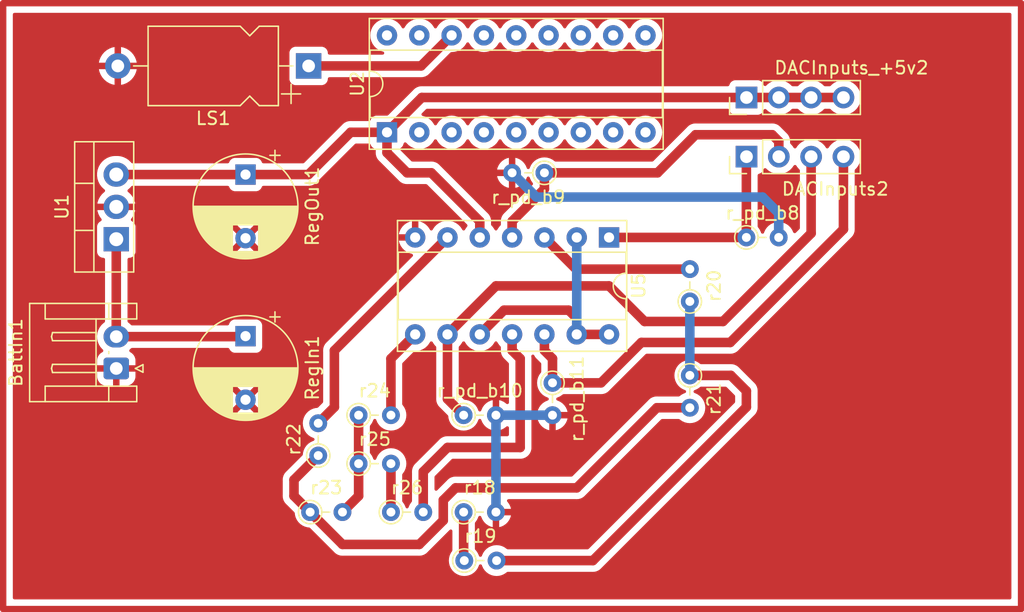
<source format=kicad_pcb>
(kicad_pcb (version 20211014) (generator pcbnew)
  (layers (0 "F.Cu" signal) (31 "B.Cu" signal) (34 "B.Paste" user) (35 "F.Paste" user) (36 "B.SilkS" user "B.Silkscreen") (37 "F.SilkS" user "F.Silkscreen") (38 "B.Mask" user) (39 "F.Mask" user) (44 "Edge.Cuts" user))
  (net 0 "")
  (net 17 "Net-(RegIn1-Pad1)")
  (net 18 "GND")
  (net 19 "Net-(LS1-Pad1)")
  (net 20 "+5V")
  (net 21 "AN0")
  (net 22 "Net-(r18-Pad1)")
  (net 23 "Net-(r19-Pad2)")
  (net 24 "Net-(U5-Pad3)")
  (net 25 "Net-(r21-Pad2)")
  (net 26 "Net-(U5-Pad6)")
  (net 27 "Net-(r23-Pad2)")
  (net 28 "Net-(U5-Pad8)")
  (net 29 "Net-(U5-Pad11)")
  (net 30 "Net-(DACInputs2-Pad1)")
  (net 31 "Net-(DACInputs2-Pad2)")
  (net 32 "Net-(DACInputs2-Pad3)")
  (net 33 "Net-(DACInputs2-Pad4)")
  (footprint "Resistor_THT:R_Axial_DIN0204_L3.6mm_D1.6mm_P2.54mm_Vertical" (layer "F.Cu") (at 66.675 41.96 -90)
    (fp_text reference "r21" (at 1.855 -1.905 90) (layer "F.SilkS"))
    (fp_text value "1k")
    (pad "1" thru_hole circle (at 0 0 270) (size 1.4 1.4) (drill 0.7) (layers *.Cu *.Mask) (net 23 "Net-(r19-Pad2)"))
    (pad "2" thru_hole oval (at 2.54 0 270) (size 1.4 1.4) (drill 0.7) (layers *.Cu *.Mask) (net 25 "Net-(r21-Pad2)"))
  )
  (footprint "Package_DIP:DIP-18_W7.62mm_Socket" (layer "F.Cu") (at 42.87 22.85 90)
    (fp_text reference "U2" (at 3.81 -2.33 90) (layer "F.SilkS"))
    (fp_text value "PIC16F1619-xP")
    (pad "1" thru_hole rect (at 0 0 90) (size 1.6 1.6) (drill 0.8) (layers *.Cu *.Mask) (net 20 "+5V"))
    (pad "2" thru_hole oval (at 0 2.54 90) (size 1.6 1.6) (drill 0.8) (layers *.Cu *.Mask))
    (pad "3" thru_hole oval (at 0 5.08 90) (size 1.6 1.6) (drill 0.8) (layers *.Cu *.Mask))
    (pad "4" thru_hole oval (at 0 7.62 90) (size 1.6 1.6) (drill 0.8) (layers *.Cu *.Mask))
    (pad "5" thru_hole oval (at 0 10.16 90) (size 1.6 1.6) (drill 0.8) (layers *.Cu *.Mask))
    (pad "6" thru_hole oval (at 0 12.7 90) (size 1.6 1.6) (drill 0.8) (layers *.Cu *.Mask))
    (pad "7" thru_hole oval (at 0 15.24 90) (size 1.6 1.6) (drill 0.8) (layers *.Cu *.Mask))
    (pad "8" thru_hole oval (at 0 17.78 90) (size 1.6 1.6) (drill 0.8) (layers *.Cu *.Mask))
    (pad "9" thru_hole oval (at 0 20.32 90) (size 1.6 1.6) (drill 0.8) (layers *.Cu *.Mask))
    (pad "10" thru_hole oval (at 7.62 20.32 90) (size 1.6 1.6) (drill 0.8) (layers *.Cu *.Mask))
    (pad "11" thru_hole oval (at 7.62 17.78 90) (size 1.6 1.6) (drill 0.8) (layers *.Cu *.Mask))
    (pad "12" thru_hole oval (at 7.62 15.24 90) (size 1.6 1.6) (drill 0.8) (layers *.Cu *.Mask))
    (pad "13" thru_hole oval (at 7.62 12.7 90) (size 1.6 1.6) (drill 0.8) (layers *.Cu *.Mask))
    (pad "14" thru_hole oval (at 7.62 10.16 90) (size 1.6 1.6) (drill 0.8) (layers *.Cu *.Mask))
    (pad "15" thru_hole oval (at 7.62 7.62 90) (size 1.6 1.6) (drill 0.8) (layers *.Cu *.Mask))
    (pad "16" thru_hole oval (at 7.62 5.08 90) (size 1.6 1.6) (drill 0.8) (layers *.Cu *.Mask) (net 19 "Net-(LS1-Pad1)"))
    (pad "17" thru_hole oval (at 7.62 2.54 90) (size 1.6 1.6) (drill 0.8) (layers *.Cu *.Mask))
    (pad "18" thru_hole oval (at 7.62 0 90) (size 1.6 1.6) (drill 0.8) (layers *.Cu *.Mask))
  )
  (footprint "Capacitor_THT:CP_Axial_L10.0mm_D6.0mm_P15.00mm_Horizontal" (layer "F.Cu") (at 36.71 17.632829 180)
    (fp_text reference "LS1" (at 7.5 -4.12) (layer "F.SilkS"))
    (fp_text value "Speaker")
    (pad "1" thru_hole rect (at 0 0 180) (size 2 2) (drill 1) (layers *.Cu *.Mask) (net 19 "Net-(LS1-Pad1)"))
    (pad "2" thru_hole oval (at 15 0 180) (size 2 2) (drill 1) (layers *.Cu *.Mask) (net 18 "GND"))
  )
  (footprint "Resistor_THT:R_Axial_DIN0204_L3.6mm_D1.6mm_P2.54mm_Vertical" (layer "F.Cu") (at 55.245 26.035 180)
    (fp_text reference "r_pd_b9" (at 1.27 -1.92) (layer "F.SilkS"))
    (fp_text value "10k")
    (pad "1" thru_hole circle (at 0 0 180) (size 1.4 1.4) (drill 0.7) (layers *.Cu *.Mask) (net 31 "Net-(DACInputs2-Pad2)"))
    (pad "2" thru_hole oval (at 2.54 0 180) (size 1.4 1.4) (drill 0.7) (layers *.Cu *.Mask) (net 18 "GND"))
  )
  (footprint "Resistor_THT:R_Axial_DIN0204_L3.6mm_D1.6mm_P2.54mm_Vertical" (layer "F.Cu") (at 48.945 56.515)
    (fp_text reference "r19" (at 1.27 -1.92) (layer "F.SilkS"))
    (fp_text value "1k")
    (pad "1" thru_hole circle (at 0 0) (size 1.4 1.4) (drill 0.7) (layers *.Cu *.Mask) (net 22 "Net-(r18-Pad1)"))
    (pad "2" thru_hole oval (at 2.54 0) (size 1.4 1.4) (drill 0.7) (layers *.Cu *.Mask) (net 23 "Net-(r19-Pad2)"))
  )
  (footprint "Package_DIP:DIP-14_W7.62mm_Socket" (layer "F.Cu") (at 60.325 31.115 -90)
    (fp_text reference "U5" (at 3.81 -2.33 90) (layer "F.SilkS"))
    (fp_text value "74LS08")
    (pad "1" thru_hole rect (at 0 0 270) (size 1.6 1.6) (drill 0.8) (layers *.Cu *.Mask) (net 30 "Net-(DACInputs2-Pad1)"))
    (pad "2" thru_hole oval (at 0 2.54 270) (size 1.6 1.6) (drill 0.8) (layers *.Cu *.Mask) (net 20 "+5V"))
    (pad "3" thru_hole oval (at 0 5.08 270) (size 1.6 1.6) (drill 0.8) (layers *.Cu *.Mask) (net 24 "Net-(U5-Pad3)"))
    (pad "4" thru_hole oval (at 0 7.62 270) (size 1.6 1.6) (drill 0.8) (layers *.Cu *.Mask) (net 31 "Net-(DACInputs2-Pad2)"))
    (pad "5" thru_hole oval (at 0 10.16 270) (size 1.6 1.6) (drill 0.8) (layers *.Cu *.Mask) (net 20 "+5V"))
    (pad "6" thru_hole oval (at 0 12.7 270) (size 1.6 1.6) (drill 0.8) (layers *.Cu *.Mask) (net 26 "Net-(U5-Pad6)"))
    (pad "7" thru_hole oval (at 0 15.24 270) (size 1.6 1.6) (drill 0.8) (layers *.Cu *.Mask) (net 18 "GND"))
    (pad "8" thru_hole oval (at 7.62 15.24 270) (size 1.6 1.6) (drill 0.8) (layers *.Cu *.Mask) (net 28 "Net-(U5-Pad8)"))
    (pad "9" thru_hole oval (at 7.62 12.7 270) (size 1.6 1.6) (drill 0.8) (layers *.Cu *.Mask) (net 32 "Net-(DACInputs2-Pad3)"))
    (pad "10" thru_hole oval (at 7.62 10.16 270) (size 1.6 1.6) (drill 0.8) (layers *.Cu *.Mask) (net 20 "+5V"))
    (pad "11" thru_hole oval (at 7.62 7.62 270) (size 1.6 1.6) (drill 0.8) (layers *.Cu *.Mask) (net 29 "Net-(U5-Pad11)"))
    (pad "12" thru_hole oval (at 7.62 5.08 270) (size 1.6 1.6) (drill 0.8) (layers *.Cu *.Mask) (net 33 "Net-(DACInputs2-Pad4)"))
    (pad "13" thru_hole oval (at 7.62 2.54 270) (size 1.6 1.6) (drill 0.8) (layers *.Cu *.Mask) (net 20 "+5V"))
    (pad "14" thru_hole oval (at 7.62 0 270) (size 1.6 1.6) (drill 0.8) (layers *.Cu *.Mask) (net 20 "+5V"))
  )
  (footprint "Resistor_THT:R_Axial_DIN0204_L3.6mm_D1.6mm_P2.54mm_Vertical" (layer "F.Cu") (at 66.675 36.145 90)
    (fp_text reference "r20" (at 1.23 1.905 90) (layer "F.SilkS"))
    (fp_text value "2k")
    (pad "1" thru_hole circle (at 0 0 90) (size 1.4 1.4) (drill 0.7) (layers *.Cu *.Mask) (net 23 "Net-(r19-Pad2)"))
    (pad "2" thru_hole oval (at 2.54 0 90) (size 1.4 1.4) (drill 0.7) (layers *.Cu *.Mask) (net 24 "Net-(U5-Pad3)"))
  )
  (footprint "Connector_PinHeader_2.54mm:PinHeader_1x04_P2.54mm_Vertical" (layer "F.Cu") (at 71.13 20.115 90)
    (fp_text reference "DACInputs_+5v2" (at 2.335 8.245 180) (layer "F.SilkS"))
    (fp_text value "Conn_01x04_Male")
    (pad "1" thru_hole rect (at 0 0 90) (size 1.7 1.7) (drill 1) (layers *.Cu *.Mask) (net 20 "+5V"))
    (pad "2" thru_hole oval (at 0 2.54 90) (size 1.7 1.7) (drill 1) (layers *.Cu *.Mask) (net 20 "+5V"))
    (pad "3" thru_hole oval (at 0 5.08 90) (size 1.7 1.7) (drill 1) (layers *.Cu *.Mask) (net 20 "+5V"))
    (pad "4" thru_hole oval (at 0 7.62 90) (size 1.7 1.7) (drill 1) (layers *.Cu *.Mask) (net 20 "+5V"))
  )
  (footprint "Resistor_THT:R_Axial_DIN0204_L3.6mm_D1.6mm_P2.54mm_Vertical" (layer "F.Cu") (at 37.465 48.26 90)
    (fp_text reference "r22" (at 1.27 -1.92 90) (layer "F.SilkS"))
    (fp_text value "2k")
    (pad "1" thru_hole circle (at 0 0 90) (size 1.4 1.4) (drill 0.7) (layers *.Cu *.Mask) (net 25 "Net-(r21-Pad2)"))
    (pad "2" thru_hole oval (at 2.54 0 90) (size 1.4 1.4) (drill 0.7) (layers *.Cu *.Mask) (net 26 "Net-(U5-Pad6)"))
  )
  (footprint "Connector_PinHeader_2.54mm:PinHeader_1x04_P2.54mm_Vertical" (layer "F.Cu") (at 71.13 24.765 90)
    (fp_text reference "DACInputs2" (at -2.54 6.975 180) (layer "F.SilkS"))
    (fp_text value "Conn_01x04_Male")
    (pad "1" thru_hole rect (at 0 0 90) (size 1.7 1.7) (drill 1) (layers *.Cu *.Mask) (net 30 "Net-(DACInputs2-Pad1)"))
    (pad "2" thru_hole oval (at 0 2.54 90) (size 1.7 1.7) (drill 1) (layers *.Cu *.Mask) (net 31 "Net-(DACInputs2-Pad2)"))
    (pad "3" thru_hole oval (at 0 5.08 90) (size 1.7 1.7) (drill 1) (layers *.Cu *.Mask) (net 32 "Net-(DACInputs2-Pad3)"))
    (pad "4" thru_hole oval (at 0 7.62 90) (size 1.7 1.7) (drill 1) (layers *.Cu *.Mask) (net 33 "Net-(DACInputs2-Pad4)"))
  )
  (footprint "Package_TO_SOT_THT:TO-220-3_Vertical" (layer "F.Cu") (at 21.59 31.252349 90)
    (fp_text reference "U1" (at 2.54 -4.27 90) (layer "F.SilkS"))
    (fp_text value "L7805")
    (pad "1" thru_hole rect (at 0 0 90) (size 1.905 2) (drill 1.1) (layers *.Cu *.Mask) (net 17 "Net-(RegIn1-Pad1)"))
    (pad "2" thru_hole oval (at 2.54 0 90) (size 1.905 2) (drill 1.1) (layers *.Cu *.Mask) (net 18 "GND"))
    (pad "3" thru_hole oval (at 5.08 0 90) (size 1.905 2) (drill 1.1) (layers *.Cu *.Mask) (net 20 "+5V"))
  )
  (footprint "Connector_JST:JST_EH_S2B-EH_1x02_P2.50mm_Horizontal" (layer "F.Cu") (at 21.59 41.412349 90)
    (fp_text reference "BattIn1" (at 1.25 -7.9 90) (layer "F.SilkS"))
    (fp_text value "Conn_01x02")
    (pad "1" thru_hole roundrect (at 0 0 90) (size 1.7 2) (drill 1) (layers *.Cu *.Mask) (roundrect_rratio 0.1470588235) (net 18 "GND"))
    (pad "2" thru_hole oval (at 2.5 0 90) (size 1.7 2) (drill 1) (layers *.Cu *.Mask) (net 17 "Net-(RegIn1-Pad1)"))
  )
  (footprint "Resistor_THT:R_Axial_DIN0204_L3.6mm_D1.6mm_P2.54mm_Vertical" (layer "F.Cu") (at 40.64 45.085)
    (fp_text reference "r24" (at 1.27 -1.92) (layer "F.SilkS"))
    (fp_text value "2k")
    (pad "1" thru_hole circle (at 0 0) (size 1.4 1.4) (drill 0.7) (layers *.Cu *.Mask) (net 27 "Net-(r23-Pad2)"))
    (pad "2" thru_hole oval (at 2.54 0) (size 1.4 1.4) (drill 0.7) (layers *.Cu *.Mask) (net 28 "Net-(U5-Pad8)"))
  )
  (footprint "Resistor_THT:R_Axial_DIN0204_L3.6mm_D1.6mm_P2.54mm_Vertical" (layer "F.Cu") (at 71.12 31.115)
    (fp_text reference "r_pd_b8" (at 1.27 -1.92) (layer "F.SilkS"))
    (fp_text value "10k")
    (pad "1" thru_hole circle (at 0 0) (size 1.4 1.4) (drill 0.7) (layers *.Cu *.Mask) (net 30 "Net-(DACInputs2-Pad1)"))
    (pad "2" thru_hole oval (at 2.54 0) (size 1.4 1.4) (drill 0.7) (layers *.Cu *.Mask) (net 18 "GND"))
  )
  (footprint "Resistor_THT:R_Axial_DIN0204_L3.6mm_D1.6mm_P2.54mm_Vertical" (layer "F.Cu") (at 55.88 42.545 -90)
    (fp_text reference "r_pd_b11" (at 1.27 -1.92 90) (layer "F.SilkS"))
    (fp_text value "10k")
    (pad "1" thru_hole circle (at 0 0 270) (size 1.4 1.4) (drill 0.7) (layers *.Cu *.Mask) (net 33 "Net-(DACInputs2-Pad4)"))
    (pad "2" thru_hole oval (at 2.54 0 270) (size 1.4 1.4) (drill 0.7) (layers *.Cu *.Mask) (net 18 "GND"))
  )
  (footprint "Capacitor_THT:CP_Radial_D8.0mm_P5.00mm" (layer "F.Cu") (at 31.75 38.872349 -90)
    (fp_text reference "RegIn1" (at 2.5 -5.25 90) (layer "F.SilkS"))
    (fp_text value "33uF")
    (pad "1" thru_hole rect (at 0 0 270) (size 1.6 1.6) (drill 0.8) (layers *.Cu *.Mask) (net 17 "Net-(RegIn1-Pad1)"))
    (pad "2" thru_hole circle (at 5 0 270) (size 1.6 1.6) (drill 0.8) (layers *.Cu *.Mask) (net 18 "GND"))
  )
  (footprint "Resistor_THT:R_Axial_DIN0204_L3.6mm_D1.6mm_P2.54mm_Vertical" (layer "F.Cu") (at 36.83 52.705)
    (fp_text reference "r23" (at 1.27 -1.92) (layer "F.SilkS"))
    (fp_text value "1k")
    (pad "1" thru_hole circle (at 0 0) (size 1.4 1.4) (drill 0.7) (layers *.Cu *.Mask) (net 25 "Net-(r21-Pad2)"))
    (pad "2" thru_hole oval (at 2.54 0) (size 1.4 1.4) (drill 0.7) (layers *.Cu *.Mask) (net 27 "Net-(r23-Pad2)"))
  )
  (footprint "Resistor_THT:R_Axial_DIN0204_L3.6mm_D1.6mm_P2.54mm_Vertical" (layer "F.Cu") (at 43.18 52.705)
    (fp_text reference "r26" (at 1.27 -1.92) (layer "F.SilkS"))
    (fp_text value "2k")
    (pad "1" thru_hole circle (at 0 0) (size 1.4 1.4) (drill 0.7) (layers *.Cu *.Mask) (net 21 "AN0"))
    (pad "2" thru_hole oval (at 2.54 0) (size 1.4 1.4) (drill 0.7) (layers *.Cu *.Mask) (net 29 "Net-(U5-Pad11)"))
  )
  (footprint "Resistor_THT:R_Axial_DIN0204_L3.6mm_D1.6mm_P2.54mm_Vertical" (layer "F.Cu") (at 48.895 52.705)
    (fp_text reference "r18" (at 1.27 -1.92) (layer "F.SilkS"))
    (fp_text value "2k")
    (pad "1" thru_hole circle (at 0 0) (size 1.4 1.4) (drill 0.7) (layers *.Cu *.Mask) (net 22 "Net-(r18-Pad1)"))
    (pad "2" thru_hole oval (at 2.54 0) (size 1.4 1.4) (drill 0.7) (layers *.Cu *.Mask) (net 18 "GND"))
  )
  (footprint "Resistor_THT:R_Axial_DIN0204_L3.6mm_D1.6mm_P2.54mm_Vertical" (layer "F.Cu") (at 40.64 48.895)
    (fp_text reference "r25" (at 1.27 -1.92) (layer "F.SilkS"))
    (fp_text value "1k")
    (pad "1" thru_hole circle (at 0 0) (size 1.4 1.4) (drill 0.7) (layers *.Cu *.Mask) (net 27 "Net-(r23-Pad2)"))
    (pad "2" thru_hole oval (at 2.54 0) (size 1.4 1.4) (drill 0.7) (layers *.Cu *.Mask) (net 21 "AN0"))
  )
  (footprint "Capacitor_THT:CP_Radial_D8.0mm_P5.00mm" (layer "F.Cu") (at 31.75 26.172349 -90)
    (fp_text reference "RegOut1" (at 2.5 -5.25 90) (layer "F.SilkS"))
    (fp_text value "33uF")
    (pad "1" thru_hole rect (at 0 0 270) (size 1.6 1.6) (drill 0.8) (layers *.Cu *.Mask) (net 20 "+5V"))
    (pad "2" thru_hole circle (at 5 0 270) (size 1.6 1.6) (drill 0.8) (layers *.Cu *.Mask) (net 18 "GND"))
  )
  (footprint "Resistor_THT:R_Axial_DIN0204_L3.6mm_D1.6mm_P2.54mm_Vertical" (layer "F.Cu") (at 48.895 45.085)
    (fp_text reference "r_pd_b10" (at 1.27 -1.92) (layer "F.SilkS"))
    (fp_text value "10k")
    (pad "1" thru_hole circle (at 0 0) (size 1.4 1.4) (drill 0.7) (layers *.Cu *.Mask) (net 32 "Net-(DACInputs2-Pad3)"))
    (pad "2" thru_hole oval (at 2.54 0) (size 1.4 1.4) (drill 0.7) (layers *.Cu *.Mask) (net 18 "GND"))
  )
  (gr_line (start 92.71 12.7) (end 12.7 12.7) (layer "F.Cu") (width 0.5))
  (gr_line (start 12.7 60.325) (end 92.71 60.325) (layer "F.Cu") (width 0.5))
  (gr_line (start 92.71 60.325) (end 92.71 12.7) (layer "F.Cu") (width 0.5))
  (gr_line (start 12.7 12.7) (end 12.7 60.325) (layer "F.Cu") (width 0.5))
  (segment (start 31.71 38.912349) (end 31.75 38.872349) (width 0.75) (layer "F.Cu") (net 17))
  (segment (start 21.59 38.912349) (end 31.71 38.912349) (width 0.75) (layer "F.Cu") (net 17))
  (segment (start 21.59 31.252349) (end 21.59 38.912349) (width 0.75) (layer "F.Cu") (net 17))
  (segment (start 51.435 45.085) (end 51.435 52.705) (width 0.75) (layer "B.Cu") (net 18))
  (segment (start 73.66 31.115) (end 73.66 29.21) (width 0.75) (layer "B.Cu") (net 18))
  (segment (start 51.435 45.085) (end 55.88 45.085) (width 0.75) (layer "B.Cu") (net 18))
  (segment (start 72.39 27.94) (end 54.61 27.94) (width 0.75) (layer "B.Cu") (net 18))
  (segment (start 54.61 27.94) (end 52.705 26.035) (width 0.75) (layer "B.Cu") (net 18))
  (segment (start 73.66 29.21) (end 72.39 27.94) (width 0.75) (layer "B.Cu") (net 18))
  (segment (start 36.71 17.632829) (end 45.547171 17.632829) (width 0.75) (layer "F.Cu") (net 19))
  (segment (start 45.547171 17.632829) (end 47.95 15.23) (width 0.75) (layer "F.Cu") (net 19))
  (segment (start 71.13 20.115) (end 45.605 20.115) (width 0.75) (layer "F.Cu") (net 20))
  (segment (start 73.67 20.115) (end 76.21 20.115) (width 0.75) (layer "F.Cu") (net 20))
  (segment (start 36.692651 26.172349) (end 40.015 22.85) (width 0.75) (layer "F.Cu") (net 20))
  (segment (start 57.785 37.465) (end 57.15 36.83) (width 0.75) (layer "F.Cu") (net 20))
  (segment (start 31.75 26.172349) (end 21.59 26.172349) (width 0.75) (layer "F.Cu") (net 20))
  (segment (start 57.15 36.83) (end 52.07 36.83) (width 0.75) (layer "F.Cu") (net 20))
  (segment (start 31.75 26.172349) (end 36.692651 26.172349) (width 0.75) (layer "F.Cu") (net 20))
  (segment (start 45.605 20.115) (end 42.87 22.85) (width 0.75) (layer "F.Cu") (net 20))
  (segment (start 76.21 20.115) (end 78.75 20.115) (width 0.75) (layer "F.Cu") (net 20))
  (segment (start 50.165 31.115) (end 50.165 29.845) (width 0.75) (layer "F.Cu") (net 20))
  (segment (start 57.785 38.735) (end 57.785 37.465) (width 0.75) (layer "F.Cu") (net 20))
  (segment (start 52.07 36.83) (end 50.165 38.735) (width 0.75) (layer "F.Cu") (net 20))
  (segment (start 44.45 26.035) (end 42.87 24.455) (width 0.75) (layer "F.Cu") (net 20))
  (segment (start 40.015 22.85) (end 42.87 22.85) (width 0.75) (layer "F.Cu") (net 20))
  (segment (start 50.165 29.845) (end 46.355 26.035) (width 0.75) (layer "F.Cu") (net 20))
  (segment (start 42.87 24.455) (end 42.87 22.85) (width 0.75) (layer "F.Cu") (net 20))
  (segment (start 46.355 26.035) (end 44.45 26.035) (width 0.75) (layer "F.Cu") (net 20))
  (segment (start 71.13 20.115) (end 73.67 20.115) (width 0.75) (layer "F.Cu") (net 20))
  (segment (start 40.005 22.86) (end 40.015 22.85) (width 0.75) (layer "F.Cu") (net 20))
  (segment (start 60.325 38.735) (end 57.785 38.735) (width 0.75) (layer "F.Cu") (net 20))
  (segment (start 57.785 38.735) (end 57.785 31.115) (width 0.75) (layer "B.Cu") (net 20))
  (segment (start 43.18 48.895) (end 43.18 52.705) (width 0.75) (layer "F.Cu") (net 21))
  (segment (start 48.895 56.465) (end 48.945 56.515) (width 0.75) (layer "F.Cu") (net 22))
  (segment (start 48.895 52.705) (end 48.895 56.465) (width 0.75) (layer "F.Cu") (net 22))
  (segment (start 69.9 41.96) (end 66.675 41.96) (width 0.75) (layer "F.Cu") (net 23))
  (segment (start 71.12 43.18) (end 69.9 41.96) (width 0.75) (layer "F.Cu") (net 23))
  (segment (start 71.12 44.45) (end 71.12 43.18) (width 0.75) (layer "F.Cu") (net 23))
  (segment (start 59.055 56.515) (end 71.12 44.45) (width 0.75) (layer "F.Cu") (net 23))
  (segment (start 51.485 56.515) (end 59.055 56.515) (width 0.75) (layer "F.Cu") (net 23))
  (segment (start 66.675 36.145) (end 66.675 41.96) (width 0.75) (layer "B.Cu") (net 23))
  (segment (start 57.735 33.605) (end 55.245 31.115) (width 0.75) (layer "F.Cu") (net 24))
  (segment (start 66.675 33.605) (end 57.735 33.605) (width 0.75) (layer "F.Cu") (net 24))
  (segment (start 35.56 51.435) (end 36.83 52.705) (width 0.75) (layer "F.Cu") (net 25))
  (segment (start 39.37 55.245) (end 36.83 52.705) (width 0.75) (layer "F.Cu") (net 25))
  (segment (start 35.56 50.165) (end 35.56 51.435) (width 0.75) (layer "F.Cu") (net 25))
  (segment (start 57.785 50.8) (end 48.26 50.8) (width 0.75) (layer "F.Cu") (net 25))
  (segment (start 47.294511 51.765489) (end 47.294511 53.357185) (width 0.75) (layer "F.Cu") (net 25))
  (segment (start 66.675 44.5) (end 64.085 44.5) (width 0.75) (layer "F.Cu") (net 25))
  (segment (start 48.26 50.8) (end 47.294511 51.765489) (width 0.75) (layer "F.Cu") (net 25))
  (segment (start 37.465 48.26) (end 35.56 50.165) (width 0.75) (layer "F.Cu") (net 25))
  (segment (start 45.406696 55.245) (end 39.37 55.245) (width 0.75) (layer "F.Cu") (net 25))
  (segment (start 47.294511 53.357185) (end 45.406696 55.245) (width 0.75) (layer "F.Cu") (net 25))
  (segment (start 64.085 44.5) (end 57.785 50.8) (width 0.75) (layer "F.Cu") (net 25))
  (segment (start 38.735 40.005) (end 47.625 31.115) (width 0.75) (layer "F.Cu") (net 26))
  (segment (start 38.735 44.45) (end 38.735 40.005) (width 0.75) (layer "F.Cu") (net 26))
  (segment (start 37.465 45.72) (end 38.735 44.45) (width 0.75) (layer "F.Cu") (net 26))
  (segment (start 40.64 51.435) (end 40.64 48.895) (width 0.75) (layer "F.Cu") (net 27))
  (segment (start 39.37 52.705) (end 40.64 51.435) (width 0.75) (layer "F.Cu") (net 27))
  (segment (start 40.64 48.895) (end 40.64 45.085) (width 0.75) (layer "F.Cu") (net 27))
  (segment (start 43.18 40.64) (end 45.085 38.735) (width 0.75) (layer "F.Cu") (net 28))
  (segment (start 43.18 45.085) (end 43.18 40.64) (width 0.75) (layer "F.Cu") (net 28))
  (segment (start 45.72 49.53) (end 47.625 47.625) (width 0.75) (layer "F.Cu") (net 29))
  (segment (start 52.705 40.005) (end 52.705 38.735) (width 0.75) (layer "F.Cu") (net 29))
  (segment (start 53.34 47.625) (end 53.34 40.64) (width 0.75) (layer "F.Cu") (net 29))
  (segment (start 47.625 47.625) (end 53.34 47.625) (width 0.75) (layer "F.Cu") (net 29))
  (segment (start 53.34 40.64) (end 52.705 40.005) (width 0.75) (layer "F.Cu") (net 29))
  (segment (start 45.72 52.705) (end 45.72 49.53) (width 0.75) (layer "F.Cu") (net 29))
  (segment (start 71.12 31.115) (end 60.325 31.115) (width 0.75) (layer "F.Cu") (net 30))
  (segment (start 71.12 24.775) (end 71.13 24.765) (width 0.75) (layer "F.Cu") (net 30))
  (segment (start 71.12 31.115) (end 71.12 24.775) (width 0.75) (layer "F.Cu") (net 30))
  (segment (start 73.14757 23.040489) (end 67.129511 23.040489) (width 0.75) (layer "F.Cu") (net 31))
  (segment (start 55.245 27.305) (end 52.705 29.845) (width 0.75) (layer "F.Cu") (net 31))
  (segment (start 67.129511 23.040489) (end 64.135 26.035) (width 0.75) (layer "F.Cu") (net 31))
  (segment (start 55.245 26.035) (end 55.245 27.305) (width 0.75) (layer "F.Cu") (net 31))
  (segment (start 73.67 23.562919) (end 73.14757 23.040489) (width 0.75) (layer "F.Cu") (net 31))
  (segment (start 52.705 29.845) (end 52.705 31.115) (width 0.75) (layer "F.Cu") (net 31))
  (segment (start 64.135 26.035) (end 55.245 26.035) (width 0.75) (layer "F.Cu") (net 31))
  (segment (start 73.67 24.765) (end 73.67 23.562919) (width 0.75) (layer "F.Cu") (net 31))
  (segment (start 63.119511 37.719511) (end 60.325 34.925) (width 0.75) (layer "F.Cu") (net 32))
  (segment (start 47.625 43.815) (end 47.625 38.735) (width 0.75) (layer "F.Cu") (net 32))
  (segment (start 48.895 45.085) (end 47.625 43.815) (width 0.75) (layer "F.Cu") (net 32))
  (segment (start 69.282185 37.719511) (end 63.119511 37.719511) (width 0.75) (layer "F.Cu") (net 32))
  (segment (start 76.21 30.791696) (end 69.282185 37.719511) (width 0.75) (layer "F.Cu") (net 32))
  (segment (start 60.325 34.925) (end 51.435 34.925) (width 0.75) (layer "F.Cu") (net 32))
  (segment (start 76.21 24.765) (end 76.21 30.791696) (width 0.75) (layer "F.Cu") (net 32))
  (segment (start 51.435 34.925) (end 47.625 38.735) (width 0.75) (layer "F.Cu") (net 32))
  (segment (start 59.69 42.545) (end 55.88 42.545) (width 0.75) (layer "F.Cu") (net 33))
  (segment (start 78.75 30.47) (end 69.85 39.37) (width 0.75) (layer "F.Cu") (net 33))
  (segment (start 55.245 40.005) (end 55.245 38.735) (width 0.75) (layer "F.Cu") (net 33))
  (segment (start 55.88 42.545) (end 55.88 40.64) (width 0.75) (layer "F.Cu") (net 33))
  (segment (start 69.85 39.37) (end 62.865 39.37) (width 0.75) (layer "F.Cu") (net 33))
  (segment (start 62.865 39.37) (end 59.69 42.545) (width 0.75) (layer "F.Cu") (net 33))
  (segment (start 78.75 24.765) (end 78.75 30.47) (width 0.75) (layer "F.Cu") (net 33))
  (segment (start 55.88 40.64) (end 55.245 40.005) (width 0.75) (layer "F.Cu") (net 33))
  (zone (net 18) (net_name "GND") (layer "F.Cu") (connect_pads (clearance 0.508)) (min_thickness 0.254) (fill yes (thermal_gap 0.508) (thermal_bridge_width 0.508))
    (polygon (pts (xy 92.71 60.325) (xy 12.7 60.325) (xy 12.7 12.7) (xy 92.71 12.7)))
  )
)
</source>
